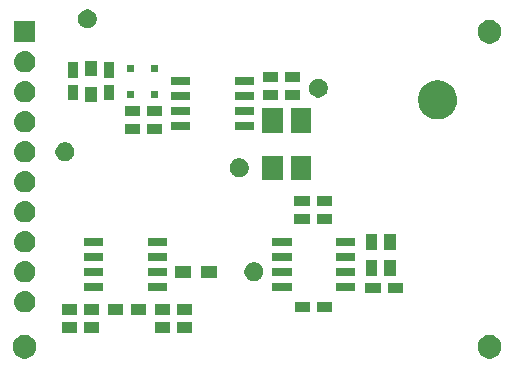
<source format=gbr>
G04 #@! TF.GenerationSoftware,KiCad,Pcbnew,(5.1.4)-1*
G04 #@! TF.CreationDate,2019-12-30T10:40:51-06:00*
G04 #@! TF.ProjectId,analog_pcb,616e616c-6f67-45f7-9063-622e6b696361,rev?*
G04 #@! TF.SameCoordinates,Original*
G04 #@! TF.FileFunction,Soldermask,Top*
G04 #@! TF.FilePolarity,Negative*
%FSLAX46Y46*%
G04 Gerber Fmt 4.6, Leading zero omitted, Abs format (unit mm)*
G04 Created by KiCad (PCBNEW (5.1.4)-1) date 2019-12-30 10:40:51*
%MOMM*%
%LPD*%
G04 APERTURE LIST*
%ADD10C,0.100000*%
G04 APERTURE END LIST*
D10*
G36*
X117167290Y-92535619D02*
G01*
X117231689Y-92548429D01*
X117413678Y-92623811D01*
X117577463Y-92733249D01*
X117716751Y-92872537D01*
X117826189Y-93036322D01*
X117901571Y-93218311D01*
X117940000Y-93411509D01*
X117940000Y-93608491D01*
X117901571Y-93801689D01*
X117826189Y-93983678D01*
X117716751Y-94147463D01*
X117577463Y-94286751D01*
X117413678Y-94396189D01*
X117231689Y-94471571D01*
X117167290Y-94484381D01*
X117038493Y-94510000D01*
X116841507Y-94510000D01*
X116712710Y-94484381D01*
X116648311Y-94471571D01*
X116466322Y-94396189D01*
X116302537Y-94286751D01*
X116163249Y-94147463D01*
X116053811Y-93983678D01*
X115978429Y-93801689D01*
X115940000Y-93608491D01*
X115940000Y-93411509D01*
X115978429Y-93218311D01*
X116053811Y-93036322D01*
X116163249Y-92872537D01*
X116302537Y-92733249D01*
X116466322Y-92623811D01*
X116648311Y-92548429D01*
X116712710Y-92535619D01*
X116841507Y-92510000D01*
X117038493Y-92510000D01*
X117167290Y-92535619D01*
X117167290Y-92535619D01*
G37*
G36*
X156537290Y-92535619D02*
G01*
X156601689Y-92548429D01*
X156783678Y-92623811D01*
X156947463Y-92733249D01*
X157086751Y-92872537D01*
X157196189Y-93036322D01*
X157271571Y-93218311D01*
X157310000Y-93411509D01*
X157310000Y-93608491D01*
X157271571Y-93801689D01*
X157196189Y-93983678D01*
X157086751Y-94147463D01*
X156947463Y-94286751D01*
X156783678Y-94396189D01*
X156601689Y-94471571D01*
X156537290Y-94484381D01*
X156408493Y-94510000D01*
X156211507Y-94510000D01*
X156082710Y-94484381D01*
X156018311Y-94471571D01*
X155836322Y-94396189D01*
X155672537Y-94286751D01*
X155533249Y-94147463D01*
X155423811Y-93983678D01*
X155348429Y-93801689D01*
X155310000Y-93608491D01*
X155310000Y-93411509D01*
X155348429Y-93218311D01*
X155423811Y-93036322D01*
X155533249Y-92872537D01*
X155672537Y-92733249D01*
X155836322Y-92623811D01*
X156018311Y-92548429D01*
X156082710Y-92535619D01*
X156211507Y-92510000D01*
X156408493Y-92510000D01*
X156537290Y-92535619D01*
X156537290Y-92535619D01*
G37*
G36*
X129244700Y-92298300D02*
G01*
X127942700Y-92298300D01*
X127942700Y-91446300D01*
X129244700Y-91446300D01*
X129244700Y-92298300D01*
X129244700Y-92298300D01*
G37*
G36*
X131144700Y-92298300D02*
G01*
X129842700Y-92298300D01*
X129842700Y-91446300D01*
X131144700Y-91446300D01*
X131144700Y-92298300D01*
X131144700Y-92298300D01*
G37*
G36*
X123270700Y-92298300D02*
G01*
X121968700Y-92298300D01*
X121968700Y-91446300D01*
X123270700Y-91446300D01*
X123270700Y-92298300D01*
X123270700Y-92298300D01*
G37*
G36*
X121370700Y-92298300D02*
G01*
X120068700Y-92298300D01*
X120068700Y-91446300D01*
X121370700Y-91446300D01*
X121370700Y-92298300D01*
X121370700Y-92298300D01*
G37*
G36*
X121370700Y-90774300D02*
G01*
X120068700Y-90774300D01*
X120068700Y-89922300D01*
X121370700Y-89922300D01*
X121370700Y-90774300D01*
X121370700Y-90774300D01*
G37*
G36*
X131144700Y-90774300D02*
G01*
X129842700Y-90774300D01*
X129842700Y-89922300D01*
X131144700Y-89922300D01*
X131144700Y-90774300D01*
X131144700Y-90774300D01*
G37*
G36*
X129244700Y-90774300D02*
G01*
X127942700Y-90774300D01*
X127942700Y-89922300D01*
X129244700Y-89922300D01*
X129244700Y-90774300D01*
X129244700Y-90774300D01*
G37*
G36*
X127207700Y-90774300D02*
G01*
X125905700Y-90774300D01*
X125905700Y-89922300D01*
X127207700Y-89922300D01*
X127207700Y-90774300D01*
X127207700Y-90774300D01*
G37*
G36*
X125307700Y-90774300D02*
G01*
X124005700Y-90774300D01*
X124005700Y-89922300D01*
X125307700Y-89922300D01*
X125307700Y-90774300D01*
X125307700Y-90774300D01*
G37*
G36*
X123270700Y-90774300D02*
G01*
X121968700Y-90774300D01*
X121968700Y-89922300D01*
X123270700Y-89922300D01*
X123270700Y-90774300D01*
X123270700Y-90774300D01*
G37*
G36*
X117050442Y-88805518D02*
G01*
X117116627Y-88812037D01*
X117286466Y-88863557D01*
X117442991Y-88947222D01*
X117478422Y-88976300D01*
X117580186Y-89059814D01*
X117663448Y-89161271D01*
X117692778Y-89197009D01*
X117776443Y-89353534D01*
X117827963Y-89523373D01*
X117845359Y-89700000D01*
X117827963Y-89876627D01*
X117776443Y-90046466D01*
X117692778Y-90202991D01*
X117663448Y-90238729D01*
X117580186Y-90340186D01*
X117478729Y-90423448D01*
X117442991Y-90452778D01*
X117286466Y-90536443D01*
X117116627Y-90587963D01*
X117050442Y-90594482D01*
X116984260Y-90601000D01*
X116895740Y-90601000D01*
X116829558Y-90594482D01*
X116763373Y-90587963D01*
X116593534Y-90536443D01*
X116437009Y-90452778D01*
X116401271Y-90423448D01*
X116299814Y-90340186D01*
X116216552Y-90238729D01*
X116187222Y-90202991D01*
X116103557Y-90046466D01*
X116052037Y-89876627D01*
X116034641Y-89700000D01*
X116052037Y-89523373D01*
X116103557Y-89353534D01*
X116187222Y-89197009D01*
X116216552Y-89161271D01*
X116299814Y-89059814D01*
X116401578Y-88976300D01*
X116437009Y-88947222D01*
X116593534Y-88863557D01*
X116763373Y-88812037D01*
X116829558Y-88805518D01*
X116895740Y-88799000D01*
X116984260Y-88799000D01*
X117050442Y-88805518D01*
X117050442Y-88805518D01*
G37*
G36*
X141101000Y-90576000D02*
G01*
X139799000Y-90576000D01*
X139799000Y-89724000D01*
X141101000Y-89724000D01*
X141101000Y-90576000D01*
X141101000Y-90576000D01*
G37*
G36*
X143001000Y-90576000D02*
G01*
X141699000Y-90576000D01*
X141699000Y-89724000D01*
X143001000Y-89724000D01*
X143001000Y-90576000D01*
X143001000Y-90576000D01*
G37*
G36*
X148990700Y-88976300D02*
G01*
X147688700Y-88976300D01*
X147688700Y-88124300D01*
X148990700Y-88124300D01*
X148990700Y-88976300D01*
X148990700Y-88976300D01*
G37*
G36*
X147090700Y-88976300D02*
G01*
X145788700Y-88976300D01*
X145788700Y-88124300D01*
X147090700Y-88124300D01*
X147090700Y-88976300D01*
X147090700Y-88976300D01*
G37*
G36*
X129005700Y-88794300D02*
G01*
X127353700Y-88794300D01*
X127353700Y-88092300D01*
X129005700Y-88092300D01*
X129005700Y-88794300D01*
X129005700Y-88794300D01*
G37*
G36*
X123605700Y-88794300D02*
G01*
X121953700Y-88794300D01*
X121953700Y-88092300D01*
X123605700Y-88092300D01*
X123605700Y-88794300D01*
X123605700Y-88794300D01*
G37*
G36*
X144946700Y-88774300D02*
G01*
X143294700Y-88774300D01*
X143294700Y-88072300D01*
X144946700Y-88072300D01*
X144946700Y-88774300D01*
X144946700Y-88774300D01*
G37*
G36*
X139546700Y-88774300D02*
G01*
X137894700Y-88774300D01*
X137894700Y-88072300D01*
X139546700Y-88072300D01*
X139546700Y-88774300D01*
X139546700Y-88774300D01*
G37*
G36*
X117050443Y-86265519D02*
G01*
X117116627Y-86272037D01*
X117286466Y-86323557D01*
X117442991Y-86407222D01*
X117478729Y-86436552D01*
X117580186Y-86519814D01*
X117663448Y-86621271D01*
X117692778Y-86657009D01*
X117776443Y-86813534D01*
X117827963Y-86983373D01*
X117845359Y-87160000D01*
X117827963Y-87336627D01*
X117778101Y-87501000D01*
X117776442Y-87506468D01*
X117764177Y-87529414D01*
X117692778Y-87662991D01*
X117663448Y-87698729D01*
X117580186Y-87800186D01*
X117478729Y-87883448D01*
X117442991Y-87912778D01*
X117286466Y-87996443D01*
X117116627Y-88047963D01*
X117050442Y-88054482D01*
X116984260Y-88061000D01*
X116895740Y-88061000D01*
X116829558Y-88054482D01*
X116763373Y-88047963D01*
X116593534Y-87996443D01*
X116437009Y-87912778D01*
X116401271Y-87883448D01*
X116299814Y-87800186D01*
X116216552Y-87698729D01*
X116187222Y-87662991D01*
X116115823Y-87529414D01*
X116103558Y-87506468D01*
X116101899Y-87501000D01*
X116052037Y-87336627D01*
X116034641Y-87160000D01*
X116052037Y-86983373D01*
X116103557Y-86813534D01*
X116187222Y-86657009D01*
X116216552Y-86621271D01*
X116299814Y-86519814D01*
X116401271Y-86436552D01*
X116437009Y-86407222D01*
X116593534Y-86323557D01*
X116763373Y-86272037D01*
X116829557Y-86265519D01*
X116895740Y-86259000D01*
X116984260Y-86259000D01*
X117050443Y-86265519D01*
X117050443Y-86265519D01*
G37*
G36*
X136583642Y-86379781D02*
G01*
X136729414Y-86440162D01*
X136729416Y-86440163D01*
X136860608Y-86527822D01*
X136972178Y-86639392D01*
X136994166Y-86672300D01*
X137059838Y-86770586D01*
X137120219Y-86916358D01*
X137151000Y-87071107D01*
X137151000Y-87228893D01*
X137120219Y-87383642D01*
X137061956Y-87524300D01*
X137059837Y-87529416D01*
X136972178Y-87660608D01*
X136860608Y-87772178D01*
X136729416Y-87859837D01*
X136729415Y-87859838D01*
X136729414Y-87859838D01*
X136583642Y-87920219D01*
X136428893Y-87951000D01*
X136271107Y-87951000D01*
X136116358Y-87920219D01*
X135970586Y-87859838D01*
X135970585Y-87859838D01*
X135970584Y-87859837D01*
X135839392Y-87772178D01*
X135727822Y-87660608D01*
X135640163Y-87529416D01*
X135638044Y-87524300D01*
X135579781Y-87383642D01*
X135549000Y-87228893D01*
X135549000Y-87071107D01*
X135579781Y-86916358D01*
X135640162Y-86770586D01*
X135705834Y-86672300D01*
X135727822Y-86639392D01*
X135839392Y-86527822D01*
X135970584Y-86440163D01*
X135970586Y-86440162D01*
X136116358Y-86379781D01*
X136271107Y-86349000D01*
X136428893Y-86349000D01*
X136583642Y-86379781D01*
X136583642Y-86379781D01*
G37*
G36*
X133199700Y-87674300D02*
G01*
X131897700Y-87674300D01*
X131897700Y-86672300D01*
X133199700Y-86672300D01*
X133199700Y-87674300D01*
X133199700Y-87674300D01*
G37*
G36*
X130999700Y-87674300D02*
G01*
X129697700Y-87674300D01*
X129697700Y-86672300D01*
X130999700Y-86672300D01*
X130999700Y-87674300D01*
X130999700Y-87674300D01*
G37*
G36*
X129005700Y-87524300D02*
G01*
X127353700Y-87524300D01*
X127353700Y-86822300D01*
X129005700Y-86822300D01*
X129005700Y-87524300D01*
X129005700Y-87524300D01*
G37*
G36*
X123605700Y-87524300D02*
G01*
X121953700Y-87524300D01*
X121953700Y-86822300D01*
X123605700Y-86822300D01*
X123605700Y-87524300D01*
X123605700Y-87524300D01*
G37*
G36*
X144946700Y-87504300D02*
G01*
X143294700Y-87504300D01*
X143294700Y-86802300D01*
X144946700Y-86802300D01*
X144946700Y-87504300D01*
X144946700Y-87504300D01*
G37*
G36*
X139546700Y-87504300D02*
G01*
X137894700Y-87504300D01*
X137894700Y-86802300D01*
X139546700Y-86802300D01*
X139546700Y-87504300D01*
X139546700Y-87504300D01*
G37*
G36*
X146801000Y-87501000D02*
G01*
X145799000Y-87501000D01*
X145799000Y-86199000D01*
X146801000Y-86199000D01*
X146801000Y-87501000D01*
X146801000Y-87501000D01*
G37*
G36*
X148401000Y-87501000D02*
G01*
X147399000Y-87501000D01*
X147399000Y-86199000D01*
X148401000Y-86199000D01*
X148401000Y-87501000D01*
X148401000Y-87501000D01*
G37*
G36*
X123605700Y-86254300D02*
G01*
X121953700Y-86254300D01*
X121953700Y-85552300D01*
X123605700Y-85552300D01*
X123605700Y-86254300D01*
X123605700Y-86254300D01*
G37*
G36*
X129005700Y-86254300D02*
G01*
X127353700Y-86254300D01*
X127353700Y-85552300D01*
X129005700Y-85552300D01*
X129005700Y-86254300D01*
X129005700Y-86254300D01*
G37*
G36*
X144946700Y-86234300D02*
G01*
X143294700Y-86234300D01*
X143294700Y-85532300D01*
X144946700Y-85532300D01*
X144946700Y-86234300D01*
X144946700Y-86234300D01*
G37*
G36*
X139546700Y-86234300D02*
G01*
X137894700Y-86234300D01*
X137894700Y-85532300D01*
X139546700Y-85532300D01*
X139546700Y-86234300D01*
X139546700Y-86234300D01*
G37*
G36*
X117050443Y-83725519D02*
G01*
X117116627Y-83732037D01*
X117286466Y-83783557D01*
X117442991Y-83867222D01*
X117478729Y-83896552D01*
X117580186Y-83979814D01*
X117663448Y-84081271D01*
X117692778Y-84117009D01*
X117776443Y-84273534D01*
X117827963Y-84443373D01*
X117845359Y-84620000D01*
X117827963Y-84796627D01*
X117777100Y-84964300D01*
X117776442Y-84966468D01*
X117734610Y-85044729D01*
X117692778Y-85122991D01*
X117663448Y-85158729D01*
X117580186Y-85260186D01*
X117478729Y-85343448D01*
X117442991Y-85372778D01*
X117286466Y-85456443D01*
X117116627Y-85507963D01*
X117050443Y-85514481D01*
X116984260Y-85521000D01*
X116895740Y-85521000D01*
X116829557Y-85514481D01*
X116763373Y-85507963D01*
X116593534Y-85456443D01*
X116437009Y-85372778D01*
X116401271Y-85343448D01*
X116299814Y-85260186D01*
X116216552Y-85158729D01*
X116187222Y-85122991D01*
X116145390Y-85044729D01*
X116103558Y-84966468D01*
X116102900Y-84964300D01*
X116052037Y-84796627D01*
X116034641Y-84620000D01*
X116052037Y-84443373D01*
X116103557Y-84273534D01*
X116187222Y-84117009D01*
X116216552Y-84081271D01*
X116299814Y-83979814D01*
X116401271Y-83896552D01*
X116437009Y-83867222D01*
X116593534Y-83783557D01*
X116763373Y-83732037D01*
X116829557Y-83725519D01*
X116895740Y-83719000D01*
X116984260Y-83719000D01*
X117050443Y-83725519D01*
X117050443Y-83725519D01*
G37*
G36*
X146801000Y-85301000D02*
G01*
X145799000Y-85301000D01*
X145799000Y-83999000D01*
X146801000Y-83999000D01*
X146801000Y-85301000D01*
X146801000Y-85301000D01*
G37*
G36*
X148401000Y-85301000D02*
G01*
X147399000Y-85301000D01*
X147399000Y-83999000D01*
X148401000Y-83999000D01*
X148401000Y-85301000D01*
X148401000Y-85301000D01*
G37*
G36*
X129005700Y-84984300D02*
G01*
X127353700Y-84984300D01*
X127353700Y-84282300D01*
X129005700Y-84282300D01*
X129005700Y-84984300D01*
X129005700Y-84984300D01*
G37*
G36*
X123605700Y-84984300D02*
G01*
X121953700Y-84984300D01*
X121953700Y-84282300D01*
X123605700Y-84282300D01*
X123605700Y-84984300D01*
X123605700Y-84984300D01*
G37*
G36*
X139546700Y-84964300D02*
G01*
X137894700Y-84964300D01*
X137894700Y-84262300D01*
X139546700Y-84262300D01*
X139546700Y-84964300D01*
X139546700Y-84964300D01*
G37*
G36*
X144946700Y-84964300D02*
G01*
X143294700Y-84964300D01*
X143294700Y-84262300D01*
X144946700Y-84262300D01*
X144946700Y-84964300D01*
X144946700Y-84964300D01*
G37*
G36*
X142985300Y-83096700D02*
G01*
X141683300Y-83096700D01*
X141683300Y-82244700D01*
X142985300Y-82244700D01*
X142985300Y-83096700D01*
X142985300Y-83096700D01*
G37*
G36*
X141085300Y-83096700D02*
G01*
X139783300Y-83096700D01*
X139783300Y-82244700D01*
X141085300Y-82244700D01*
X141085300Y-83096700D01*
X141085300Y-83096700D01*
G37*
G36*
X117050443Y-81185519D02*
G01*
X117116627Y-81192037D01*
X117286466Y-81243557D01*
X117442991Y-81327222D01*
X117478729Y-81356552D01*
X117580186Y-81439814D01*
X117663448Y-81541271D01*
X117692778Y-81577009D01*
X117776443Y-81733534D01*
X117827963Y-81903373D01*
X117845359Y-82080000D01*
X117827963Y-82256627D01*
X117776443Y-82426466D01*
X117692778Y-82582991D01*
X117663448Y-82618729D01*
X117580186Y-82720186D01*
X117478729Y-82803448D01*
X117442991Y-82832778D01*
X117286466Y-82916443D01*
X117116627Y-82967963D01*
X117050443Y-82974481D01*
X116984260Y-82981000D01*
X116895740Y-82981000D01*
X116829557Y-82974481D01*
X116763373Y-82967963D01*
X116593534Y-82916443D01*
X116437009Y-82832778D01*
X116401271Y-82803448D01*
X116299814Y-82720186D01*
X116216552Y-82618729D01*
X116187222Y-82582991D01*
X116103557Y-82426466D01*
X116052037Y-82256627D01*
X116034641Y-82080000D01*
X116052037Y-81903373D01*
X116103557Y-81733534D01*
X116187222Y-81577009D01*
X116216552Y-81541271D01*
X116299814Y-81439814D01*
X116401271Y-81356552D01*
X116437009Y-81327222D01*
X116593534Y-81243557D01*
X116763373Y-81192037D01*
X116829557Y-81185519D01*
X116895740Y-81179000D01*
X116984260Y-81179000D01*
X117050443Y-81185519D01*
X117050443Y-81185519D01*
G37*
G36*
X141085300Y-81572700D02*
G01*
X139783300Y-81572700D01*
X139783300Y-80720700D01*
X141085300Y-80720700D01*
X141085300Y-81572700D01*
X141085300Y-81572700D01*
G37*
G36*
X142985300Y-81572700D02*
G01*
X141683300Y-81572700D01*
X141683300Y-80720700D01*
X142985300Y-80720700D01*
X142985300Y-81572700D01*
X142985300Y-81572700D01*
G37*
G36*
X117050442Y-78645518D02*
G01*
X117116627Y-78652037D01*
X117286466Y-78703557D01*
X117442991Y-78787222D01*
X117478729Y-78816552D01*
X117580186Y-78899814D01*
X117663448Y-79001271D01*
X117692778Y-79037009D01*
X117776443Y-79193534D01*
X117827963Y-79363373D01*
X117845359Y-79540000D01*
X117827963Y-79716627D01*
X117776443Y-79886466D01*
X117692778Y-80042991D01*
X117663448Y-80078729D01*
X117580186Y-80180186D01*
X117478729Y-80263448D01*
X117442991Y-80292778D01*
X117286466Y-80376443D01*
X117116627Y-80427963D01*
X117050442Y-80434482D01*
X116984260Y-80441000D01*
X116895740Y-80441000D01*
X116829558Y-80434482D01*
X116763373Y-80427963D01*
X116593534Y-80376443D01*
X116437009Y-80292778D01*
X116401271Y-80263448D01*
X116299814Y-80180186D01*
X116216552Y-80078729D01*
X116187222Y-80042991D01*
X116103557Y-79886466D01*
X116052037Y-79716627D01*
X116034641Y-79540000D01*
X116052037Y-79363373D01*
X116103557Y-79193534D01*
X116187222Y-79037009D01*
X116216552Y-79001271D01*
X116299814Y-78899814D01*
X116401271Y-78816552D01*
X116437009Y-78787222D01*
X116593534Y-78703557D01*
X116763373Y-78652037D01*
X116829558Y-78645518D01*
X116895740Y-78639000D01*
X116984260Y-78639000D01*
X117050442Y-78645518D01*
X117050442Y-78645518D01*
G37*
G36*
X141193700Y-79416300D02*
G01*
X139491700Y-79416300D01*
X139491700Y-77314300D01*
X141193700Y-77314300D01*
X141193700Y-79416300D01*
X141193700Y-79416300D01*
G37*
G36*
X138830700Y-79416300D02*
G01*
X137028700Y-79416300D01*
X137028700Y-77314300D01*
X138830700Y-77314300D01*
X138830700Y-79416300D01*
X138830700Y-79416300D01*
G37*
G36*
X135333642Y-77579781D02*
G01*
X135479414Y-77640162D01*
X135479416Y-77640163D01*
X135610608Y-77727822D01*
X135722178Y-77839392D01*
X135809837Y-77970584D01*
X135809838Y-77970586D01*
X135870219Y-78116358D01*
X135901000Y-78271107D01*
X135901000Y-78428893D01*
X135870219Y-78583642D01*
X135820548Y-78703557D01*
X135809837Y-78729416D01*
X135722178Y-78860608D01*
X135610608Y-78972178D01*
X135479416Y-79059837D01*
X135479415Y-79059838D01*
X135479414Y-79059838D01*
X135333642Y-79120219D01*
X135178893Y-79151000D01*
X135021107Y-79151000D01*
X134866358Y-79120219D01*
X134720586Y-79059838D01*
X134720585Y-79059838D01*
X134720584Y-79059837D01*
X134589392Y-78972178D01*
X134477822Y-78860608D01*
X134390163Y-78729416D01*
X134379452Y-78703557D01*
X134329781Y-78583642D01*
X134299000Y-78428893D01*
X134299000Y-78271107D01*
X134329781Y-78116358D01*
X134390162Y-77970586D01*
X134390163Y-77970584D01*
X134477822Y-77839392D01*
X134589392Y-77727822D01*
X134720584Y-77640163D01*
X134720586Y-77640162D01*
X134866358Y-77579781D01*
X135021107Y-77549000D01*
X135178893Y-77549000D01*
X135333642Y-77579781D01*
X135333642Y-77579781D01*
G37*
G36*
X117050443Y-76105519D02*
G01*
X117116627Y-76112037D01*
X117286466Y-76163557D01*
X117442991Y-76247222D01*
X117478729Y-76276552D01*
X117580186Y-76359814D01*
X117663448Y-76461271D01*
X117692778Y-76497009D01*
X117776443Y-76653534D01*
X117827963Y-76823373D01*
X117845359Y-77000000D01*
X117827963Y-77176627D01*
X117776443Y-77346466D01*
X117692778Y-77502991D01*
X117663448Y-77538729D01*
X117580186Y-77640186D01*
X117478729Y-77723448D01*
X117442991Y-77752778D01*
X117286466Y-77836443D01*
X117116627Y-77887963D01*
X117050442Y-77894482D01*
X116984260Y-77901000D01*
X116895740Y-77901000D01*
X116829558Y-77894482D01*
X116763373Y-77887963D01*
X116593534Y-77836443D01*
X116437009Y-77752778D01*
X116401271Y-77723448D01*
X116299814Y-77640186D01*
X116216552Y-77538729D01*
X116187222Y-77502991D01*
X116103557Y-77346466D01*
X116052037Y-77176627D01*
X116034641Y-77000000D01*
X116052037Y-76823373D01*
X116103557Y-76653534D01*
X116187222Y-76497009D01*
X116216552Y-76461271D01*
X116299814Y-76359814D01*
X116401271Y-76276552D01*
X116437009Y-76247222D01*
X116593534Y-76163557D01*
X116763373Y-76112037D01*
X116829557Y-76105519D01*
X116895740Y-76099000D01*
X116984260Y-76099000D01*
X117050443Y-76105519D01*
X117050443Y-76105519D01*
G37*
G36*
X120583642Y-76229781D02*
G01*
X120729414Y-76290162D01*
X120729416Y-76290163D01*
X120860608Y-76377822D01*
X120972178Y-76489392D01*
X121059837Y-76620584D01*
X121059838Y-76620586D01*
X121120219Y-76766358D01*
X121151000Y-76921107D01*
X121151000Y-77078893D01*
X121120219Y-77233642D01*
X121059838Y-77379414D01*
X121059837Y-77379416D01*
X120972178Y-77510608D01*
X120860608Y-77622178D01*
X120729416Y-77709837D01*
X120729415Y-77709838D01*
X120729414Y-77709838D01*
X120583642Y-77770219D01*
X120428893Y-77801000D01*
X120271107Y-77801000D01*
X120116358Y-77770219D01*
X119970586Y-77709838D01*
X119970585Y-77709838D01*
X119970584Y-77709837D01*
X119839392Y-77622178D01*
X119727822Y-77510608D01*
X119640163Y-77379416D01*
X119640162Y-77379414D01*
X119579781Y-77233642D01*
X119549000Y-77078893D01*
X119549000Y-76921107D01*
X119579781Y-76766358D01*
X119640162Y-76620586D01*
X119640163Y-76620584D01*
X119727822Y-76489392D01*
X119839392Y-76377822D01*
X119970584Y-76290163D01*
X119970586Y-76290162D01*
X120116358Y-76229781D01*
X120271107Y-76199000D01*
X120428893Y-76199000D01*
X120583642Y-76229781D01*
X120583642Y-76229781D01*
G37*
G36*
X126708700Y-75521300D02*
G01*
X125406700Y-75521300D01*
X125406700Y-74669300D01*
X126708700Y-74669300D01*
X126708700Y-75521300D01*
X126708700Y-75521300D01*
G37*
G36*
X128608700Y-75521300D02*
G01*
X127306700Y-75521300D01*
X127306700Y-74669300D01*
X128608700Y-74669300D01*
X128608700Y-75521300D01*
X128608700Y-75521300D01*
G37*
G36*
X138830700Y-75416300D02*
G01*
X137028700Y-75416300D01*
X137028700Y-73314300D01*
X138830700Y-73314300D01*
X138830700Y-75416300D01*
X138830700Y-75416300D01*
G37*
G36*
X141193700Y-75416300D02*
G01*
X139491700Y-75416300D01*
X139491700Y-73314300D01*
X141193700Y-73314300D01*
X141193700Y-75416300D01*
X141193700Y-75416300D01*
G37*
G36*
X117050442Y-73565518D02*
G01*
X117116627Y-73572037D01*
X117286466Y-73623557D01*
X117442991Y-73707222D01*
X117478729Y-73736552D01*
X117580186Y-73819814D01*
X117631561Y-73882416D01*
X117692778Y-73957009D01*
X117776443Y-74113534D01*
X117827963Y-74283373D01*
X117845359Y-74460000D01*
X117827963Y-74636627D01*
X117776443Y-74806466D01*
X117692778Y-74962991D01*
X117663448Y-74998729D01*
X117580186Y-75100186D01*
X117478729Y-75183448D01*
X117442991Y-75212778D01*
X117286466Y-75296443D01*
X117116627Y-75347963D01*
X117050443Y-75354481D01*
X116984260Y-75361000D01*
X116895740Y-75361000D01*
X116829557Y-75354481D01*
X116763373Y-75347963D01*
X116593534Y-75296443D01*
X116437009Y-75212778D01*
X116401271Y-75183448D01*
X116299814Y-75100186D01*
X116216552Y-74998729D01*
X116187222Y-74962991D01*
X116103557Y-74806466D01*
X116052037Y-74636627D01*
X116034641Y-74460000D01*
X116052037Y-74283373D01*
X116103557Y-74113534D01*
X116187222Y-73957009D01*
X116248439Y-73882416D01*
X116299814Y-73819814D01*
X116401271Y-73736552D01*
X116437009Y-73707222D01*
X116593534Y-73623557D01*
X116763373Y-73572037D01*
X116829558Y-73565518D01*
X116895740Y-73559000D01*
X116984260Y-73559000D01*
X117050442Y-73565518D01*
X117050442Y-73565518D01*
G37*
G36*
X136375700Y-75192300D02*
G01*
X134723700Y-75192300D01*
X134723700Y-74490300D01*
X136375700Y-74490300D01*
X136375700Y-75192300D01*
X136375700Y-75192300D01*
G37*
G36*
X130975700Y-75192300D02*
G01*
X129323700Y-75192300D01*
X129323700Y-74490300D01*
X130975700Y-74490300D01*
X130975700Y-75192300D01*
X130975700Y-75192300D01*
G37*
G36*
X152275256Y-70991298D02*
G01*
X152381579Y-71012447D01*
X152682042Y-71136903D01*
X152952451Y-71317585D01*
X153182415Y-71547549D01*
X153363097Y-71817958D01*
X153484317Y-72110608D01*
X153487553Y-72118422D01*
X153551000Y-72437389D01*
X153551000Y-72762611D01*
X153508702Y-72975256D01*
X153487553Y-73081579D01*
X153363097Y-73382042D01*
X153182415Y-73652451D01*
X152952451Y-73882415D01*
X152682042Y-74063097D01*
X152381579Y-74187553D01*
X152275256Y-74208702D01*
X152062611Y-74251000D01*
X151737389Y-74251000D01*
X151524744Y-74208702D01*
X151418421Y-74187553D01*
X151117958Y-74063097D01*
X150847549Y-73882415D01*
X150617585Y-73652451D01*
X150436903Y-73382042D01*
X150312447Y-73081579D01*
X150291298Y-72975256D01*
X150249000Y-72762611D01*
X150249000Y-72437389D01*
X150312447Y-72118422D01*
X150315684Y-72110608D01*
X150436903Y-71817958D01*
X150617585Y-71547549D01*
X150847549Y-71317585D01*
X151117958Y-71136903D01*
X151418421Y-71012447D01*
X151524744Y-70991298D01*
X151737389Y-70949000D01*
X152062611Y-70949000D01*
X152275256Y-70991298D01*
X152275256Y-70991298D01*
G37*
G36*
X126708700Y-73997300D02*
G01*
X125406700Y-73997300D01*
X125406700Y-73145300D01*
X126708700Y-73145300D01*
X126708700Y-73997300D01*
X126708700Y-73997300D01*
G37*
G36*
X128608700Y-73997300D02*
G01*
X127306700Y-73997300D01*
X127306700Y-73145300D01*
X128608700Y-73145300D01*
X128608700Y-73997300D01*
X128608700Y-73997300D01*
G37*
G36*
X130975700Y-73922300D02*
G01*
X129323700Y-73922300D01*
X129323700Y-73220300D01*
X130975700Y-73220300D01*
X130975700Y-73922300D01*
X130975700Y-73922300D01*
G37*
G36*
X136375700Y-73922300D02*
G01*
X134723700Y-73922300D01*
X134723700Y-73220300D01*
X136375700Y-73220300D01*
X136375700Y-73922300D01*
X136375700Y-73922300D01*
G37*
G36*
X117050443Y-71025519D02*
G01*
X117116627Y-71032037D01*
X117286466Y-71083557D01*
X117286468Y-71083558D01*
X117297384Y-71089393D01*
X117442991Y-71167222D01*
X117478729Y-71196552D01*
X117580186Y-71279814D01*
X117651209Y-71366357D01*
X117692778Y-71417009D01*
X117776443Y-71573534D01*
X117827963Y-71743373D01*
X117845359Y-71920000D01*
X117827963Y-72096627D01*
X117776443Y-72266466D01*
X117692778Y-72422991D01*
X117680960Y-72437391D01*
X117580186Y-72560186D01*
X117478729Y-72643448D01*
X117442991Y-72672778D01*
X117286466Y-72756443D01*
X117116627Y-72807963D01*
X117050443Y-72814481D01*
X116984260Y-72821000D01*
X116895740Y-72821000D01*
X116829557Y-72814481D01*
X116763373Y-72807963D01*
X116593534Y-72756443D01*
X116437009Y-72672778D01*
X116401271Y-72643448D01*
X116299814Y-72560186D01*
X116199040Y-72437391D01*
X116187222Y-72422991D01*
X116103557Y-72266466D01*
X116052037Y-72096627D01*
X116034641Y-71920000D01*
X116052037Y-71743373D01*
X116103557Y-71573534D01*
X116187222Y-71417009D01*
X116228791Y-71366357D01*
X116299814Y-71279814D01*
X116401271Y-71196552D01*
X116437009Y-71167222D01*
X116582616Y-71089393D01*
X116593532Y-71083558D01*
X116593534Y-71083557D01*
X116763373Y-71032037D01*
X116829557Y-71025519D01*
X116895740Y-71019000D01*
X116984260Y-71019000D01*
X117050443Y-71025519D01*
X117050443Y-71025519D01*
G37*
G36*
X123063700Y-72782300D02*
G01*
X122061700Y-72782300D01*
X122061700Y-71480300D01*
X123063700Y-71480300D01*
X123063700Y-72782300D01*
X123063700Y-72782300D01*
G37*
G36*
X130975700Y-72652300D02*
G01*
X129323700Y-72652300D01*
X129323700Y-71950300D01*
X130975700Y-71950300D01*
X130975700Y-72652300D01*
X130975700Y-72652300D01*
G37*
G36*
X136375700Y-72652300D02*
G01*
X134723700Y-72652300D01*
X134723700Y-71950300D01*
X136375700Y-71950300D01*
X136375700Y-72652300D01*
X136375700Y-72652300D01*
G37*
G36*
X121464700Y-72632300D02*
G01*
X120612700Y-72632300D01*
X120612700Y-71330300D01*
X121464700Y-71330300D01*
X121464700Y-72632300D01*
X121464700Y-72632300D01*
G37*
G36*
X124512700Y-72632300D02*
G01*
X123660700Y-72632300D01*
X123660700Y-71330300D01*
X124512700Y-71330300D01*
X124512700Y-72632300D01*
X124512700Y-72632300D01*
G37*
G36*
X140292700Y-72600300D02*
G01*
X138990700Y-72600300D01*
X138990700Y-71748300D01*
X140292700Y-71748300D01*
X140292700Y-72600300D01*
X140292700Y-72600300D01*
G37*
G36*
X138392700Y-72600300D02*
G01*
X137090700Y-72600300D01*
X137090700Y-71748300D01*
X138392700Y-71748300D01*
X138392700Y-72600300D01*
X138392700Y-72600300D01*
G37*
G36*
X128197700Y-72432300D02*
G01*
X127595700Y-72432300D01*
X127595700Y-71830300D01*
X128197700Y-71830300D01*
X128197700Y-72432300D01*
X128197700Y-72432300D01*
G37*
G36*
X126165700Y-72432300D02*
G01*
X125563700Y-72432300D01*
X125563700Y-71830300D01*
X126165700Y-71830300D01*
X126165700Y-72432300D01*
X126165700Y-72432300D01*
G37*
G36*
X142033642Y-70829781D02*
G01*
X142179414Y-70890162D01*
X142179416Y-70890163D01*
X142310608Y-70977822D01*
X142422178Y-71089392D01*
X142509837Y-71220584D01*
X142509838Y-71220586D01*
X142570219Y-71366358D01*
X142601000Y-71521107D01*
X142601000Y-71678893D01*
X142570219Y-71833642D01*
X142534448Y-71920000D01*
X142509837Y-71979416D01*
X142422178Y-72110608D01*
X142310608Y-72222178D01*
X142179416Y-72309837D01*
X142179415Y-72309838D01*
X142179414Y-72309838D01*
X142033642Y-72370219D01*
X141878893Y-72401000D01*
X141721107Y-72401000D01*
X141566358Y-72370219D01*
X141420586Y-72309838D01*
X141420585Y-72309838D01*
X141420584Y-72309837D01*
X141289392Y-72222178D01*
X141177822Y-72110608D01*
X141090163Y-71979416D01*
X141065552Y-71920000D01*
X141029781Y-71833642D01*
X140999000Y-71678893D01*
X140999000Y-71521107D01*
X141029781Y-71366358D01*
X141090162Y-71220586D01*
X141090163Y-71220584D01*
X141177822Y-71089392D01*
X141289392Y-70977822D01*
X141420584Y-70890163D01*
X141420586Y-70890162D01*
X141566358Y-70829781D01*
X141721107Y-70799000D01*
X141878893Y-70799000D01*
X142033642Y-70829781D01*
X142033642Y-70829781D01*
G37*
G36*
X130975700Y-71382300D02*
G01*
X129323700Y-71382300D01*
X129323700Y-70680300D01*
X130975700Y-70680300D01*
X130975700Y-71382300D01*
X130975700Y-71382300D01*
G37*
G36*
X136375700Y-71382300D02*
G01*
X134723700Y-71382300D01*
X134723700Y-70680300D01*
X136375700Y-70680300D01*
X136375700Y-71382300D01*
X136375700Y-71382300D01*
G37*
G36*
X138392700Y-71076300D02*
G01*
X137090700Y-71076300D01*
X137090700Y-70224300D01*
X138392700Y-70224300D01*
X138392700Y-71076300D01*
X138392700Y-71076300D01*
G37*
G36*
X140292700Y-71076300D02*
G01*
X138990700Y-71076300D01*
X138990700Y-70224300D01*
X140292700Y-70224300D01*
X140292700Y-71076300D01*
X140292700Y-71076300D01*
G37*
G36*
X124512700Y-70732300D02*
G01*
X123660700Y-70732300D01*
X123660700Y-69430300D01*
X124512700Y-69430300D01*
X124512700Y-70732300D01*
X124512700Y-70732300D01*
G37*
G36*
X121464700Y-70732300D02*
G01*
X120612700Y-70732300D01*
X120612700Y-69430300D01*
X121464700Y-69430300D01*
X121464700Y-70732300D01*
X121464700Y-70732300D01*
G37*
G36*
X123063700Y-70582300D02*
G01*
X122061700Y-70582300D01*
X122061700Y-69280300D01*
X123063700Y-69280300D01*
X123063700Y-70582300D01*
X123063700Y-70582300D01*
G37*
G36*
X117050443Y-68485519D02*
G01*
X117116627Y-68492037D01*
X117286466Y-68543557D01*
X117442991Y-68627222D01*
X117478729Y-68656552D01*
X117580186Y-68739814D01*
X117663448Y-68841271D01*
X117692778Y-68877009D01*
X117776443Y-69033534D01*
X117827963Y-69203373D01*
X117845359Y-69380000D01*
X117827963Y-69556627D01*
X117776443Y-69726466D01*
X117692778Y-69882991D01*
X117663448Y-69918729D01*
X117580186Y-70020186D01*
X117478729Y-70103448D01*
X117442991Y-70132778D01*
X117286466Y-70216443D01*
X117116627Y-70267963D01*
X117050442Y-70274482D01*
X116984260Y-70281000D01*
X116895740Y-70281000D01*
X116829558Y-70274482D01*
X116763373Y-70267963D01*
X116593534Y-70216443D01*
X116437009Y-70132778D01*
X116401271Y-70103448D01*
X116299814Y-70020186D01*
X116216552Y-69918729D01*
X116187222Y-69882991D01*
X116103557Y-69726466D01*
X116052037Y-69556627D01*
X116034641Y-69380000D01*
X116052037Y-69203373D01*
X116103557Y-69033534D01*
X116187222Y-68877009D01*
X116216552Y-68841271D01*
X116299814Y-68739814D01*
X116401271Y-68656552D01*
X116437009Y-68627222D01*
X116593534Y-68543557D01*
X116763373Y-68492037D01*
X116829557Y-68485519D01*
X116895740Y-68479000D01*
X116984260Y-68479000D01*
X117050443Y-68485519D01*
X117050443Y-68485519D01*
G37*
G36*
X128197700Y-70232300D02*
G01*
X127595700Y-70232300D01*
X127595700Y-69630300D01*
X128197700Y-69630300D01*
X128197700Y-70232300D01*
X128197700Y-70232300D01*
G37*
G36*
X126165700Y-70232300D02*
G01*
X125563700Y-70232300D01*
X125563700Y-69630300D01*
X126165700Y-69630300D01*
X126165700Y-70232300D01*
X126165700Y-70232300D01*
G37*
G36*
X156537290Y-65865619D02*
G01*
X156601689Y-65878429D01*
X156783678Y-65953811D01*
X156947463Y-66063249D01*
X157086751Y-66202537D01*
X157196189Y-66366322D01*
X157271571Y-66548311D01*
X157310000Y-66741509D01*
X157310000Y-66938491D01*
X157271571Y-67131689D01*
X157196189Y-67313678D01*
X157086751Y-67477463D01*
X156947463Y-67616751D01*
X156783678Y-67726189D01*
X156601689Y-67801571D01*
X156537290Y-67814381D01*
X156408493Y-67840000D01*
X156211507Y-67840000D01*
X156082710Y-67814381D01*
X156018311Y-67801571D01*
X155836322Y-67726189D01*
X155672537Y-67616751D01*
X155533249Y-67477463D01*
X155423811Y-67313678D01*
X155348429Y-67131689D01*
X155310000Y-66938491D01*
X155310000Y-66741509D01*
X155348429Y-66548311D01*
X155423811Y-66366322D01*
X155533249Y-66202537D01*
X155672537Y-66063249D01*
X155836322Y-65953811D01*
X156018311Y-65878429D01*
X156082710Y-65865619D01*
X156211507Y-65840000D01*
X156408493Y-65840000D01*
X156537290Y-65865619D01*
X156537290Y-65865619D01*
G37*
G36*
X117841000Y-67741000D02*
G01*
X116039000Y-67741000D01*
X116039000Y-65939000D01*
X117841000Y-65939000D01*
X117841000Y-67741000D01*
X117841000Y-67741000D01*
G37*
G36*
X122483642Y-64979781D02*
G01*
X122629414Y-65040162D01*
X122629416Y-65040163D01*
X122760608Y-65127822D01*
X122872178Y-65239392D01*
X122959837Y-65370584D01*
X122959838Y-65370586D01*
X123020219Y-65516358D01*
X123051000Y-65671107D01*
X123051000Y-65828893D01*
X123020219Y-65983642D01*
X122959838Y-66129414D01*
X122959837Y-66129416D01*
X122872178Y-66260608D01*
X122760608Y-66372178D01*
X122629416Y-66459837D01*
X122629415Y-66459838D01*
X122629414Y-66459838D01*
X122483642Y-66520219D01*
X122328893Y-66551000D01*
X122171107Y-66551000D01*
X122016358Y-66520219D01*
X121870586Y-66459838D01*
X121870585Y-66459838D01*
X121870584Y-66459837D01*
X121739392Y-66372178D01*
X121627822Y-66260608D01*
X121540163Y-66129416D01*
X121540162Y-66129414D01*
X121479781Y-65983642D01*
X121449000Y-65828893D01*
X121449000Y-65671107D01*
X121479781Y-65516358D01*
X121540162Y-65370586D01*
X121540163Y-65370584D01*
X121627822Y-65239392D01*
X121739392Y-65127822D01*
X121870584Y-65040163D01*
X121870586Y-65040162D01*
X122016358Y-64979781D01*
X122171107Y-64949000D01*
X122328893Y-64949000D01*
X122483642Y-64979781D01*
X122483642Y-64979781D01*
G37*
M02*

</source>
